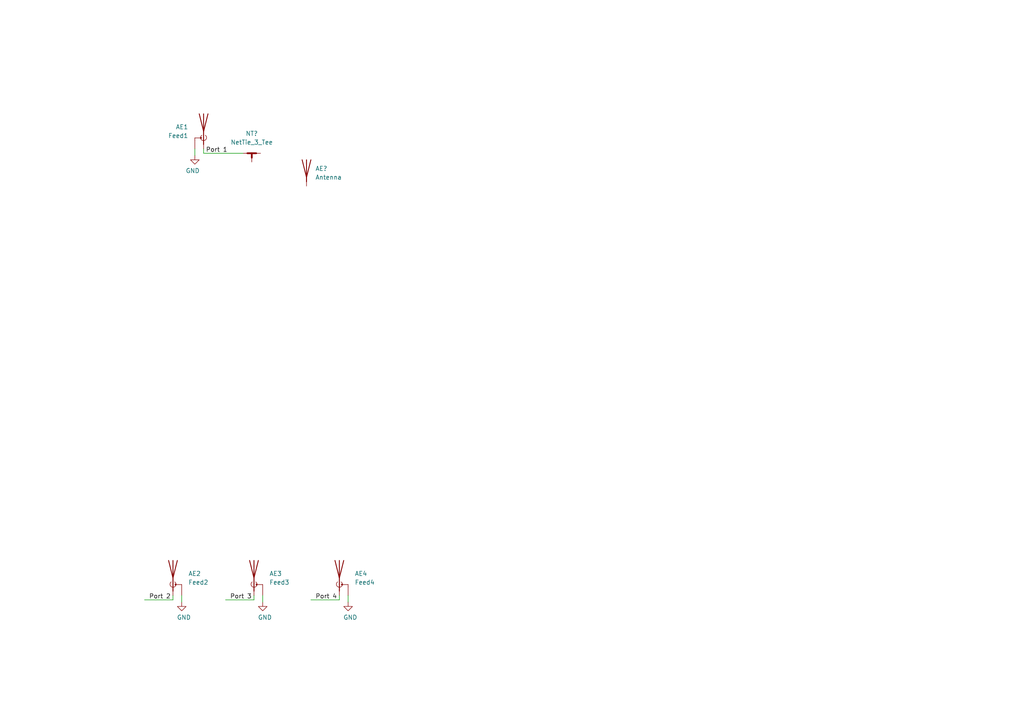
<source format=kicad_sch>
(kicad_sch (version 20201015) (generator eeschema)
  (page 1 1)
  (paper "A4")
  (lib_symbols
    (symbol "Device:Antenna" (pin_numbers hide) (pin_names (offset 1.016) hide)
      (property "Reference" "AE" (at -1.905 1.905 0))
      (property "Value" "Antenna" (at -1.905 0 0))
      (symbol "Antenna_0_1"
        (polyline (pts (xy 0 2.54) (xy 0 -3.81)) (stroke (width 0.254)))
        (polyline (pts (xy 1.27 2.54) (xy 0 -2.54) (xy -1.27 2.54)) (stroke (width 0.254)))
      )
      (symbol "Antenna_1_1"
        (pin input line (at 0 -5.08 90) (length 2.54) (name "A") (number "1"))
      )
    )
    (symbol "Device:Antenna_Shield" (pin_numbers hide) (pin_names (offset 1.016) hide)
      (property "Reference" "AE" (at -1.905 4.445 0))
      (property "Value" "Antenna_Shield" (at -1.905 2.54 0))
      (symbol "Antenna_Shield_0_1"
        (arc (start 0 -2.667) (end -0.508 -1.143) (radius (at -0.0254 -1.8542) (length 0.8128) (angles -88.2 124.2)))
        (arc (start 0 -2.667) (end 0.508 -1.143) (radius (at 0.0254 -1.8542) (length 0.8128) (angles -91.8 55.8)))
        (circle (center 0.762 -1.905) (radius 0.1778) (fill (type outline)))
        (polyline (pts (xy 0 -2.54) (xy 0 0)))
        (polyline (pts (xy 0 5.08) (xy 0 -3.81)) (stroke (width 0.254)))
        (polyline (pts (xy 0.762 -1.905) (xy 2.54 -1.905)))
        (polyline (pts (xy 2.54 -2.54) (xy 2.54 -1.905)))
        (polyline (pts (xy 1.27 5.08) (xy 0 0) (xy -1.27 5.08)) (stroke (width 0.254)))
      )
      (symbol "Antenna_Shield_1_1"
        (pin input line (at 0 -5.08 90) (length 2.54) (name "A") (number "1"))
        (pin input line (at 2.54 -5.08 90) (length 2.54) (name "Shield") (number "2"))
      )
    )
    (symbol "Device:NetTie_3_Tee" (pin_numbers hide) (pin_names (offset 0) hide)
      (property "Reference" "NT" (at 0 3.175 0))
      (property "Value" "NetTie_3_Tee" (at 0 1.27 0))
      (symbol "NetTie_3_Tee_0_1"
        (polyline (pts (xy -1.27 0) (xy 1.27 0)) (stroke (width 0.508)))
        (polyline (pts (xy -1.27 0) (xy 1.27 0)) (stroke (width 0.254)))
        (polyline (pts (xy 0 -2.54) (xy 0 -2.54)) (stroke (width 0.254)))
        (polyline (pts (xy 0 -1.27) (xy 0 0)) (stroke (width 0.508)))
      )
      (symbol "NetTie_3_Tee_1_1"
        (pin passive line (at -2.54 0 0) (length 2.54) (name "1") (number "1"))
        (pin passive line (at 2.54 0 180) (length 2.54) (name "2") (number "2"))
        (pin passive line (at 0 -2.54 90) (length 2.54) (name "3") (number "3"))
      )
    )
    (symbol "power:GND" (power) (pin_names (offset 0))
      (property "Value" "GND" (at 0 -3.81 0))
      (symbol "GND_0_1"
        (polyline (pts (xy 0 0) (xy 0 -1.27) (xy 1.27 -1.27) (xy 0 -2.54) (xy -1.27 -1.27) (xy 0 -1.27)))
      )
      (symbol "GND_1_1"
        (pin power_in line (at 0 0 270) (length 0) hide (name "GND") (number "1"))
      )
    )
  )
  (wire (pts (xy 41.91 173.99) (xy 50.165 173.99)))
  (wire (pts (xy 50.165 172.72) (xy 50.165 173.99)))
  (wire (pts (xy 52.705 172.72) (xy 52.705 174.625)))
  (wire (pts (xy 56.515 43.18) (xy 56.515 45.085)))
  (wire (pts (xy 59.055 43.18) (xy 59.055 44.45)))
  (wire (pts (xy 59.055 44.45) (xy 70.485 44.45)))
  (wire (pts (xy 65.405 173.99) (xy 73.66 173.99)))
  (wire (pts (xy 73.66 172.72) (xy 73.66 173.99)))
  (wire (pts (xy 76.2 172.72) (xy 76.2 174.625)))
  (wire (pts (xy 90.17 173.99) (xy 98.425 173.99)))
  (wire (pts (xy 98.425 172.72) (xy 98.425 173.99)))
  (wire (pts (xy 100.965 172.72) (xy 100.965 174.625)))
  (label "Port 2" (at 49.53 173.99 180))
  (label "Port 1" (at 59.69 44.45 0))
  (label "Port 3" (at 73.025 173.99 180))
  (label "Port 4" (at 97.79 173.99 180))
  (symbol (lib_id "power:GND") (at 52.705 174.625 0) (unit 1)
    (property "Reference" "#PWR0101" (effects hide))
    (property "Value" "GND" (at 53.34 179.07 0))
  )
  (symbol (lib_id "power:GND") (at 56.515 45.085 0) (mirror y) (unit 1)
    (property "Reference" "#PWR0102" (effects hide))
    (property "Value" "GND" (at 55.88 49.53 0))
  )
  (symbol (lib_id "power:GND") (at 76.2 174.625 0) (unit 1)
    (property "Reference" "#PWR0104" (effects hide))
    (property "Value" "GND" (at 76.835 179.07 0))
  )
  (symbol (lib_id "power:GND") (at 100.965 174.625 0) (unit 1)
    (property "Reference" "#PWR0103" (effects hide))
    (property "Value" "GND" (at 101.6 179.07 0))
  )
  (symbol (lib_id "Device:NetTie_3_Tee") (at 73.025 44.45 0) (unit 1)
    (property "Reference" "NT?" (at 73.025 38.735 0))
    (property "Value" "NetTie_3_Tee" (at 73.025 41.275 0))
    (property "Footprint" "Scott:RF-T-50ohm" (effects hide))
  )
  (symbol (lib_id "Device:Antenna") (at 88.9 48.895 0) (unit 1)
    (property "Reference" "AE?" (at 91.44 48.895 0) (effects (justify left)))
    (property "Value" "Antenna" (at 91.44 51.435 0) (effects (justify left)))
  )
  (symbol (lib_id "Device:Antenna_Shield") (at 50.165 167.64 0) (unit 1)
    (property "Reference" "AE2" (at 54.61 166.37 0) (effects (justify left)))
    (property "Value" "Feed2" (at 54.61 168.91 0) (effects (justify left)))
  )
  (symbol (lib_id "Device:Antenna_Shield") (at 59.055 38.1 0) (mirror y) (unit 1)
    (property "Reference" "AE1" (at 54.61 36.83 0) (effects (justify left)))
    (property "Value" "Feed1" (at 54.61 39.37 0) (effects (justify left)))
    (property "Footprint" "Scott:Flat_Ant_Hole" (effects hide))
  )
  (symbol (lib_id "Device:Antenna_Shield") (at 73.66 167.64 0) (unit 1)
    (property "Reference" "AE3" (at 78.105 166.37 0) (effects (justify left)))
    (property "Value" "Feed3" (at 78.105 168.91 0) (effects (justify left)))
  )
  (symbol (lib_id "Device:Antenna_Shield") (at 98.425 167.64 0) (unit 1)
    (property "Reference" "AE4" (at 102.87 166.37 0) (effects (justify left)))
    (property "Value" "Feed4" (at 102.87 168.91 0) (effects (justify left)))
  )
)
</source>
